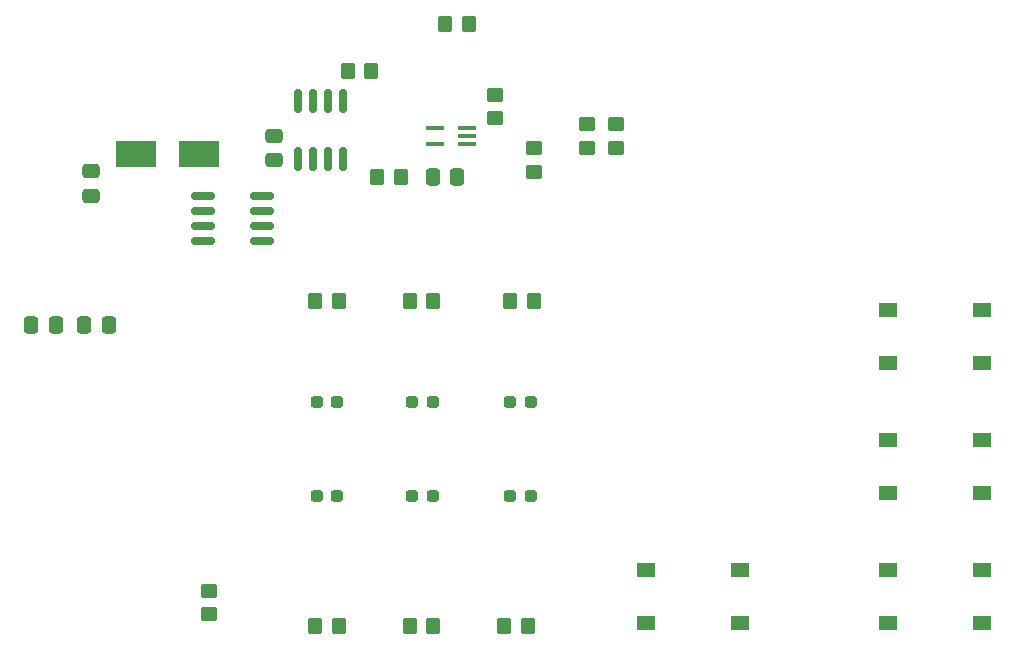
<source format=gbr>
%TF.GenerationSoftware,KiCad,Pcbnew,(6.0.4)*%
%TF.CreationDate,2022-12-15T09:54:16-05:00*%
%TF.ProjectId,HPcontroller,4850636f-6e74-4726-9f6c-6c65722e6b69,rev?*%
%TF.SameCoordinates,Original*%
%TF.FileFunction,Paste,Top*%
%TF.FilePolarity,Positive*%
%FSLAX46Y46*%
G04 Gerber Fmt 4.6, Leading zero omitted, Abs format (unit mm)*
G04 Created by KiCad (PCBNEW (6.0.4)) date 2022-12-15 09:54:16*
%MOMM*%
%LPD*%
G01*
G04 APERTURE LIST*
G04 Aperture macros list*
%AMRoundRect*
0 Rectangle with rounded corners*
0 $1 Rounding radius*
0 $2 $3 $4 $5 $6 $7 $8 $9 X,Y pos of 4 corners*
0 Add a 4 corners polygon primitive as box body*
4,1,4,$2,$3,$4,$5,$6,$7,$8,$9,$2,$3,0*
0 Add four circle primitives for the rounded corners*
1,1,$1+$1,$2,$3*
1,1,$1+$1,$4,$5*
1,1,$1+$1,$6,$7*
1,1,$1+$1,$8,$9*
0 Add four rect primitives between the rounded corners*
20,1,$1+$1,$2,$3,$4,$5,0*
20,1,$1+$1,$4,$5,$6,$7,0*
20,1,$1+$1,$6,$7,$8,$9,0*
20,1,$1+$1,$8,$9,$2,$3,0*%
G04 Aperture macros list end*
%ADD10RoundRect,0.250000X-0.337500X-0.475000X0.337500X-0.475000X0.337500X0.475000X-0.337500X0.475000X0*%
%ADD11RoundRect,0.250000X0.350000X0.450000X-0.350000X0.450000X-0.350000X-0.450000X0.350000X-0.450000X0*%
%ADD12R,1.550000X1.300000*%
%ADD13RoundRect,0.250000X0.450000X-0.350000X0.450000X0.350000X-0.450000X0.350000X-0.450000X-0.350000X0*%
%ADD14RoundRect,0.237500X-0.287500X-0.237500X0.287500X-0.237500X0.287500X0.237500X-0.287500X0.237500X0*%
%ADD15RoundRect,0.250000X-0.350000X-0.450000X0.350000X-0.450000X0.350000X0.450000X-0.350000X0.450000X0*%
%ADD16RoundRect,0.150000X0.825000X0.150000X-0.825000X0.150000X-0.825000X-0.150000X0.825000X-0.150000X0*%
%ADD17RoundRect,0.250000X-0.450000X0.350000X-0.450000X-0.350000X0.450000X-0.350000X0.450000X0.350000X0*%
%ADD18RoundRect,0.150000X-0.150000X0.825000X-0.150000X-0.825000X0.150000X-0.825000X0.150000X0.825000X0*%
%ADD19R,1.500000X0.400000*%
%ADD20RoundRect,0.250000X-0.475000X0.337500X-0.475000X-0.337500X0.475000X-0.337500X0.475000X0.337500X0*%
%ADD21R,3.500000X2.300000*%
G04 APERTURE END LIST*
D10*
%TO.C,C3*%
X89962500Y-77500000D03*
X92037500Y-77500000D03*
%TD*%
D11*
%TO.C,R10*%
X116750000Y-65000000D03*
X114750000Y-65000000D03*
%TD*%
D12*
%TO.C,SWINC1*%
X158020000Y-76250000D03*
X165980000Y-76250000D03*
X158020000Y-80750000D03*
X165980000Y-80750000D03*
%TD*%
D13*
%TO.C,R3*%
X135000000Y-62500000D03*
X135000000Y-60500000D03*
%TD*%
D14*
%TO.C,D_HEAT1*%
X117750000Y-92000000D03*
X119500000Y-92000000D03*
%TD*%
D15*
%TO.C,R4*%
X109500000Y-75500000D03*
X111500000Y-75500000D03*
%TD*%
D13*
%TO.C,R12*%
X124750000Y-60000000D03*
X124750000Y-58000000D03*
%TD*%
D15*
%TO.C,R1*%
X117500000Y-75500000D03*
X119500000Y-75500000D03*
%TD*%
D12*
%TO.C,SWRST1*%
X145480000Y-98250000D03*
X137520000Y-98250000D03*
X145480000Y-102750000D03*
X137520000Y-102750000D03*
%TD*%
D11*
%TO.C,RTHERM1*%
X122500000Y-52000000D03*
X120500000Y-52000000D03*
%TD*%
D16*
%TO.C,Q1*%
X104975000Y-70405000D03*
X104975000Y-69135000D03*
X104975000Y-67865000D03*
X104975000Y-66595000D03*
X100025000Y-66595000D03*
X100025000Y-67865000D03*
X100025000Y-69135000D03*
X100025000Y-70405000D03*
%TD*%
D17*
%TO.C,R15*%
X128000000Y-62500000D03*
X128000000Y-64500000D03*
%TD*%
D14*
%TO.C,D_HOT1*%
X117750000Y-84000000D03*
X119500000Y-84000000D03*
%TD*%
D15*
%TO.C,R13*%
X125500000Y-103000000D03*
X127500000Y-103000000D03*
%TD*%
D13*
%TO.C,R2*%
X132500000Y-62500000D03*
X132500000Y-60500000D03*
%TD*%
D10*
%TO.C,C2*%
X85462500Y-77500000D03*
X87537500Y-77500000D03*
%TD*%
D12*
%TO.C,SWDEC1*%
X165980000Y-87250000D03*
X158020000Y-87250000D03*
X165980000Y-91750000D03*
X158020000Y-91750000D03*
%TD*%
D14*
%TO.C,D_RTD1*%
X126000000Y-92000000D03*
X127750000Y-92000000D03*
%TD*%
%TO.C,D_RUN1*%
X126000000Y-84000000D03*
X127750000Y-84000000D03*
%TD*%
D10*
%TO.C,C5*%
X119462500Y-65000000D03*
X121537500Y-65000000D03*
%TD*%
D15*
%TO.C,R8*%
X117500000Y-103000000D03*
X119500000Y-103000000D03*
%TD*%
D18*
%TO.C,U2*%
X111905000Y-58525000D03*
X110635000Y-58525000D03*
X109365000Y-58525000D03*
X108095000Y-58525000D03*
X108095000Y-63475000D03*
X109365000Y-63475000D03*
X110635000Y-63475000D03*
X111905000Y-63475000D03*
%TD*%
D15*
%TO.C,R6*%
X126000000Y-75500000D03*
X128000000Y-75500000D03*
%TD*%
D19*
%TO.C,U3*%
X122330000Y-62150000D03*
X122330000Y-61500000D03*
X122330000Y-60850000D03*
X119670000Y-60850000D03*
X119670000Y-62150000D03*
%TD*%
D20*
%TO.C,C1*%
X90500000Y-64462500D03*
X90500000Y-66537500D03*
%TD*%
D21*
%TO.C,D1*%
X94300000Y-63000000D03*
X99700000Y-63000000D03*
%TD*%
D15*
%TO.C,R7*%
X112250000Y-56000000D03*
X114250000Y-56000000D03*
%TD*%
D14*
%TO.C,D_3V3_POW1*%
X109625000Y-92000000D03*
X111375000Y-92000000D03*
%TD*%
D12*
%TO.C,SWRUN1*%
X158020000Y-98250000D03*
X165980000Y-98250000D03*
X158020000Y-102750000D03*
X165980000Y-102750000D03*
%TD*%
D15*
%TO.C,R5*%
X109500000Y-103000000D03*
X111500000Y-103000000D03*
%TD*%
D14*
%TO.C,D_PD_POW1*%
X109625000Y-84000000D03*
X111375000Y-84000000D03*
%TD*%
D13*
%TO.C,R14*%
X100500000Y-102000000D03*
X100500000Y-100000000D03*
%TD*%
D20*
%TO.C,C4*%
X106000000Y-61462500D03*
X106000000Y-63537500D03*
%TD*%
M02*

</source>
